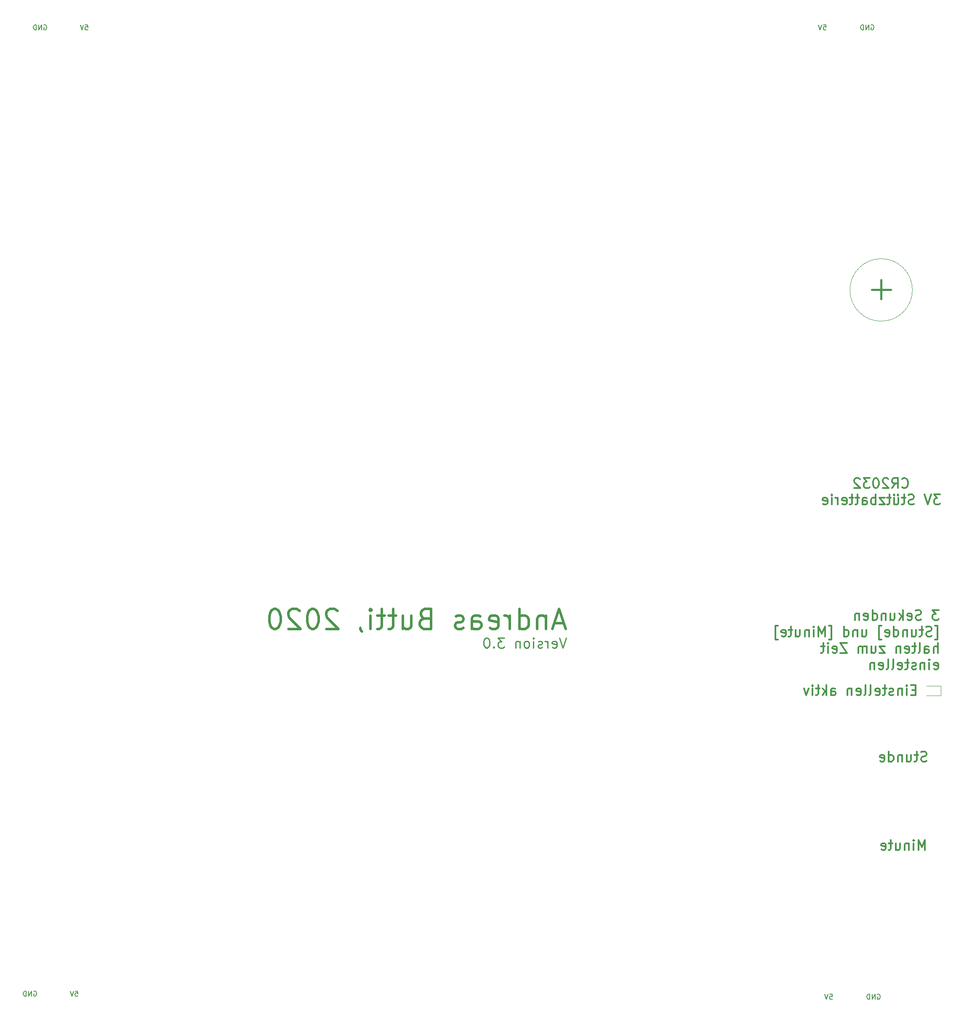
<source format=gbr>
%TF.GenerationSoftware,KiCad,Pcbnew,5.1.6-c6e7f7d~87~ubuntu18.04.1*%
%TF.CreationDate,2020-08-16T11:24:38+02:00*%
%TF.ProjectId,Elektronik,456c656b-7472-46f6-9e69-6b2e6b696361,rev?*%
%TF.SameCoordinates,Original*%
%TF.FileFunction,Legend,Bot*%
%TF.FilePolarity,Positive*%
%FSLAX46Y46*%
G04 Gerber Fmt 4.6, Leading zero omitted, Abs format (unit mm)*
G04 Created by KiCad (PCBNEW 5.1.6-c6e7f7d~87~ubuntu18.04.1) date 2020-08-16 11:24:38*
%MOMM*%
%LPD*%
G01*
G04 APERTURE LIST*
%ADD10C,0.150000*%
%ADD11C,0.400000*%
%ADD12C,0.120000*%
%ADD13C,0.300000*%
%ADD14C,0.250000*%
%ADD15C,0.500000*%
G04 APERTURE END LIST*
D10*
X207468214Y-21042380D02*
X207944404Y-21042380D01*
X207992023Y-21518571D01*
X207944404Y-21470952D01*
X207849166Y-21423333D01*
X207611071Y-21423333D01*
X207515833Y-21470952D01*
X207468214Y-21518571D01*
X207420595Y-21613809D01*
X207420595Y-21851904D01*
X207468214Y-21947142D01*
X207515833Y-21994761D01*
X207611071Y-22042380D01*
X207849166Y-22042380D01*
X207944404Y-21994761D01*
X207992023Y-21947142D01*
X207134880Y-21042380D02*
X206801547Y-22042380D01*
X206468214Y-21042380D01*
X217042904Y-21090000D02*
X217138142Y-21042380D01*
X217281000Y-21042380D01*
X217423857Y-21090000D01*
X217519095Y-21185238D01*
X217566714Y-21280476D01*
X217614333Y-21470952D01*
X217614333Y-21613809D01*
X217566714Y-21804285D01*
X217519095Y-21899523D01*
X217423857Y-21994761D01*
X217281000Y-22042380D01*
X217185761Y-22042380D01*
X217042904Y-21994761D01*
X216995285Y-21947142D01*
X216995285Y-21613809D01*
X217185761Y-21613809D01*
X216566714Y-22042380D02*
X216566714Y-21042380D01*
X215995285Y-22042380D01*
X215995285Y-21042380D01*
X215519095Y-22042380D02*
X215519095Y-21042380D01*
X215281000Y-21042380D01*
X215138142Y-21090000D01*
X215042904Y-21185238D01*
X214995285Y-21280476D01*
X214947666Y-21470952D01*
X214947666Y-21613809D01*
X214995285Y-21804285D01*
X215042904Y-21899523D01*
X215138142Y-21994761D01*
X215281000Y-22042380D01*
X215519095Y-22042380D01*
X208738214Y-215987380D02*
X209214404Y-215987380D01*
X209262023Y-216463571D01*
X209214404Y-216415952D01*
X209119166Y-216368333D01*
X208881071Y-216368333D01*
X208785833Y-216415952D01*
X208738214Y-216463571D01*
X208690595Y-216558809D01*
X208690595Y-216796904D01*
X208738214Y-216892142D01*
X208785833Y-216939761D01*
X208881071Y-216987380D01*
X209119166Y-216987380D01*
X209214404Y-216939761D01*
X209262023Y-216892142D01*
X208404880Y-215987380D02*
X208071547Y-216987380D01*
X207738214Y-215987380D01*
X218312904Y-216035000D02*
X218408142Y-215987380D01*
X218551000Y-215987380D01*
X218693857Y-216035000D01*
X218789095Y-216130238D01*
X218836714Y-216225476D01*
X218884333Y-216415952D01*
X218884333Y-216558809D01*
X218836714Y-216749285D01*
X218789095Y-216844523D01*
X218693857Y-216939761D01*
X218551000Y-216987380D01*
X218455761Y-216987380D01*
X218312904Y-216939761D01*
X218265285Y-216892142D01*
X218265285Y-216558809D01*
X218455761Y-216558809D01*
X217836714Y-216987380D02*
X217836714Y-215987380D01*
X217265285Y-216987380D01*
X217265285Y-215987380D01*
X216789095Y-216987380D02*
X216789095Y-215987380D01*
X216551000Y-215987380D01*
X216408142Y-216035000D01*
X216312904Y-216130238D01*
X216265285Y-216225476D01*
X216217666Y-216415952D01*
X216217666Y-216558809D01*
X216265285Y-216749285D01*
X216312904Y-216844523D01*
X216408142Y-216939761D01*
X216551000Y-216987380D01*
X216789095Y-216987380D01*
X58991476Y-21042380D02*
X59467666Y-21042380D01*
X59515285Y-21518571D01*
X59467666Y-21470952D01*
X59372428Y-21423333D01*
X59134333Y-21423333D01*
X59039095Y-21470952D01*
X58991476Y-21518571D01*
X58943857Y-21613809D01*
X58943857Y-21851904D01*
X58991476Y-21947142D01*
X59039095Y-21994761D01*
X59134333Y-22042380D01*
X59372428Y-22042380D01*
X59467666Y-21994761D01*
X59515285Y-21947142D01*
X58658142Y-21042380D02*
X58324809Y-22042380D01*
X57991476Y-21042380D01*
X50672904Y-21090000D02*
X50768142Y-21042380D01*
X50911000Y-21042380D01*
X51053857Y-21090000D01*
X51149095Y-21185238D01*
X51196714Y-21280476D01*
X51244333Y-21470952D01*
X51244333Y-21613809D01*
X51196714Y-21804285D01*
X51149095Y-21899523D01*
X51053857Y-21994761D01*
X50911000Y-22042380D01*
X50815761Y-22042380D01*
X50672904Y-21994761D01*
X50625285Y-21947142D01*
X50625285Y-21613809D01*
X50815761Y-21613809D01*
X50196714Y-22042380D02*
X50196714Y-21042380D01*
X49625285Y-22042380D01*
X49625285Y-21042380D01*
X49149095Y-22042380D02*
X49149095Y-21042380D01*
X48911000Y-21042380D01*
X48768142Y-21090000D01*
X48672904Y-21185238D01*
X48625285Y-21280476D01*
X48577666Y-21470952D01*
X48577666Y-21613809D01*
X48625285Y-21804285D01*
X48672904Y-21899523D01*
X48768142Y-21994761D01*
X48911000Y-22042380D01*
X49149095Y-22042380D01*
X48640904Y-215400000D02*
X48736142Y-215352380D01*
X48879000Y-215352380D01*
X49021857Y-215400000D01*
X49117095Y-215495238D01*
X49164714Y-215590476D01*
X49212333Y-215780952D01*
X49212333Y-215923809D01*
X49164714Y-216114285D01*
X49117095Y-216209523D01*
X49021857Y-216304761D01*
X48879000Y-216352380D01*
X48783761Y-216352380D01*
X48640904Y-216304761D01*
X48593285Y-216257142D01*
X48593285Y-215923809D01*
X48783761Y-215923809D01*
X48164714Y-216352380D02*
X48164714Y-215352380D01*
X47593285Y-216352380D01*
X47593285Y-215352380D01*
X47117095Y-216352380D02*
X47117095Y-215352380D01*
X46879000Y-215352380D01*
X46736142Y-215400000D01*
X46640904Y-215495238D01*
X46593285Y-215590476D01*
X46545666Y-215780952D01*
X46545666Y-215923809D01*
X46593285Y-216114285D01*
X46640904Y-216209523D01*
X46736142Y-216304761D01*
X46879000Y-216352380D01*
X47117095Y-216352380D01*
X56973214Y-215352380D02*
X57449404Y-215352380D01*
X57497023Y-215828571D01*
X57449404Y-215780952D01*
X57354166Y-215733333D01*
X57116071Y-215733333D01*
X57020833Y-215780952D01*
X56973214Y-215828571D01*
X56925595Y-215923809D01*
X56925595Y-216161904D01*
X56973214Y-216257142D01*
X57020833Y-216304761D01*
X57116071Y-216352380D01*
X57354166Y-216352380D01*
X57449404Y-216304761D01*
X57497023Y-216257142D01*
X56639880Y-215352380D02*
X56306547Y-216352380D01*
X55973214Y-215352380D01*
D11*
X219075000Y-72390000D02*
X219075000Y-76200000D01*
X220980000Y-74295000D02*
X217170000Y-74295000D01*
D12*
X225361179Y-74358821D02*
G75*
G03*
X225361179Y-74358821I-6286179J0D01*
G01*
D13*
X223265476Y-113999285D02*
X223360714Y-114094523D01*
X223646428Y-114189761D01*
X223836904Y-114189761D01*
X224122619Y-114094523D01*
X224313095Y-113904047D01*
X224408333Y-113713571D01*
X224503571Y-113332619D01*
X224503571Y-113046904D01*
X224408333Y-112665952D01*
X224313095Y-112475476D01*
X224122619Y-112285000D01*
X223836904Y-112189761D01*
X223646428Y-112189761D01*
X223360714Y-112285000D01*
X223265476Y-112380238D01*
X221265476Y-114189761D02*
X221932142Y-113237380D01*
X222408333Y-114189761D02*
X222408333Y-112189761D01*
X221646428Y-112189761D01*
X221455952Y-112285000D01*
X221360714Y-112380238D01*
X221265476Y-112570714D01*
X221265476Y-112856428D01*
X221360714Y-113046904D01*
X221455952Y-113142142D01*
X221646428Y-113237380D01*
X222408333Y-113237380D01*
X220503571Y-112380238D02*
X220408333Y-112285000D01*
X220217857Y-112189761D01*
X219741666Y-112189761D01*
X219551190Y-112285000D01*
X219455952Y-112380238D01*
X219360714Y-112570714D01*
X219360714Y-112761190D01*
X219455952Y-113046904D01*
X220598809Y-114189761D01*
X219360714Y-114189761D01*
X218122619Y-112189761D02*
X217932142Y-112189761D01*
X217741666Y-112285000D01*
X217646428Y-112380238D01*
X217551190Y-112570714D01*
X217455952Y-112951666D01*
X217455952Y-113427857D01*
X217551190Y-113808809D01*
X217646428Y-113999285D01*
X217741666Y-114094523D01*
X217932142Y-114189761D01*
X218122619Y-114189761D01*
X218313095Y-114094523D01*
X218408333Y-113999285D01*
X218503571Y-113808809D01*
X218598809Y-113427857D01*
X218598809Y-112951666D01*
X218503571Y-112570714D01*
X218408333Y-112380238D01*
X218313095Y-112285000D01*
X218122619Y-112189761D01*
X216789285Y-112189761D02*
X215551190Y-112189761D01*
X216217857Y-112951666D01*
X215932142Y-112951666D01*
X215741666Y-113046904D01*
X215646428Y-113142142D01*
X215551190Y-113332619D01*
X215551190Y-113808809D01*
X215646428Y-113999285D01*
X215741666Y-114094523D01*
X215932142Y-114189761D01*
X216503571Y-114189761D01*
X216694047Y-114094523D01*
X216789285Y-113999285D01*
X214789285Y-112380238D02*
X214694047Y-112285000D01*
X214503571Y-112189761D01*
X214027380Y-112189761D01*
X213836904Y-112285000D01*
X213741666Y-112380238D01*
X213646428Y-112570714D01*
X213646428Y-112761190D01*
X213741666Y-113046904D01*
X214884523Y-114189761D01*
X213646428Y-114189761D01*
X230932142Y-115489761D02*
X229694047Y-115489761D01*
X230360714Y-116251666D01*
X230075000Y-116251666D01*
X229884523Y-116346904D01*
X229789285Y-116442142D01*
X229694047Y-116632619D01*
X229694047Y-117108809D01*
X229789285Y-117299285D01*
X229884523Y-117394523D01*
X230075000Y-117489761D01*
X230646428Y-117489761D01*
X230836904Y-117394523D01*
X230932142Y-117299285D01*
X229122619Y-115489761D02*
X228455952Y-117489761D01*
X227789285Y-115489761D01*
X225694047Y-117394523D02*
X225408333Y-117489761D01*
X224932142Y-117489761D01*
X224741666Y-117394523D01*
X224646428Y-117299285D01*
X224551190Y-117108809D01*
X224551190Y-116918333D01*
X224646428Y-116727857D01*
X224741666Y-116632619D01*
X224932142Y-116537380D01*
X225313095Y-116442142D01*
X225503571Y-116346904D01*
X225598809Y-116251666D01*
X225694047Y-116061190D01*
X225694047Y-115870714D01*
X225598809Y-115680238D01*
X225503571Y-115585000D01*
X225313095Y-115489761D01*
X224836904Y-115489761D01*
X224551190Y-115585000D01*
X223979761Y-116156428D02*
X223217857Y-116156428D01*
X223694047Y-115489761D02*
X223694047Y-117204047D01*
X223598809Y-117394523D01*
X223408333Y-117489761D01*
X223217857Y-117489761D01*
X221694047Y-116156428D02*
X221694047Y-117489761D01*
X222551190Y-116156428D02*
X222551190Y-117204047D01*
X222455952Y-117394523D01*
X222265476Y-117489761D01*
X221979761Y-117489761D01*
X221789285Y-117394523D01*
X221694047Y-117299285D01*
X222455952Y-115489761D02*
X222360714Y-115585000D01*
X222455952Y-115680238D01*
X222551190Y-115585000D01*
X222455952Y-115489761D01*
X222455952Y-115680238D01*
X221694047Y-115489761D02*
X221598809Y-115585000D01*
X221694047Y-115680238D01*
X221789285Y-115585000D01*
X221694047Y-115489761D01*
X221694047Y-115680238D01*
X221027380Y-116156428D02*
X220265476Y-116156428D01*
X220741666Y-115489761D02*
X220741666Y-117204047D01*
X220646428Y-117394523D01*
X220455952Y-117489761D01*
X220265476Y-117489761D01*
X219789285Y-116156428D02*
X218741666Y-116156428D01*
X219789285Y-117489761D01*
X218741666Y-117489761D01*
X217979761Y-117489761D02*
X217979761Y-115489761D01*
X217979761Y-116251666D02*
X217789285Y-116156428D01*
X217408333Y-116156428D01*
X217217857Y-116251666D01*
X217122619Y-116346904D01*
X217027380Y-116537380D01*
X217027380Y-117108809D01*
X217122619Y-117299285D01*
X217217857Y-117394523D01*
X217408333Y-117489761D01*
X217789285Y-117489761D01*
X217979761Y-117394523D01*
X215313095Y-117489761D02*
X215313095Y-116442142D01*
X215408333Y-116251666D01*
X215598809Y-116156428D01*
X215979761Y-116156428D01*
X216170238Y-116251666D01*
X215313095Y-117394523D02*
X215503571Y-117489761D01*
X215979761Y-117489761D01*
X216170238Y-117394523D01*
X216265476Y-117204047D01*
X216265476Y-117013571D01*
X216170238Y-116823095D01*
X215979761Y-116727857D01*
X215503571Y-116727857D01*
X215313095Y-116632619D01*
X214646428Y-116156428D02*
X213884523Y-116156428D01*
X214360714Y-115489761D02*
X214360714Y-117204047D01*
X214265476Y-117394523D01*
X214075000Y-117489761D01*
X213884523Y-117489761D01*
X213503571Y-116156428D02*
X212741666Y-116156428D01*
X213217857Y-115489761D02*
X213217857Y-117204047D01*
X213122619Y-117394523D01*
X212932142Y-117489761D01*
X212741666Y-117489761D01*
X211313095Y-117394523D02*
X211503571Y-117489761D01*
X211884523Y-117489761D01*
X212075000Y-117394523D01*
X212170238Y-117204047D01*
X212170238Y-116442142D01*
X212075000Y-116251666D01*
X211884523Y-116156428D01*
X211503571Y-116156428D01*
X211313095Y-116251666D01*
X211217857Y-116442142D01*
X211217857Y-116632619D01*
X212170238Y-116823095D01*
X210360714Y-117489761D02*
X210360714Y-116156428D01*
X210360714Y-116537380D02*
X210265476Y-116346904D01*
X210170238Y-116251666D01*
X209979761Y-116156428D01*
X209789285Y-116156428D01*
X209122619Y-117489761D02*
X209122619Y-116156428D01*
X209122619Y-115489761D02*
X209217857Y-115585000D01*
X209122619Y-115680238D01*
X209027380Y-115585000D01*
X209122619Y-115489761D01*
X209122619Y-115680238D01*
X207408333Y-117394523D02*
X207598809Y-117489761D01*
X207979761Y-117489761D01*
X208170238Y-117394523D01*
X208265476Y-117204047D01*
X208265476Y-116442142D01*
X208170238Y-116251666D01*
X207979761Y-116156428D01*
X207598809Y-116156428D01*
X207408333Y-116251666D01*
X207313095Y-116442142D01*
X207313095Y-116632619D01*
X208265476Y-116823095D01*
X226023809Y-154797142D02*
X225357142Y-154797142D01*
X225071428Y-155844761D02*
X226023809Y-155844761D01*
X226023809Y-153844761D01*
X225071428Y-153844761D01*
X224214285Y-155844761D02*
X224214285Y-154511428D01*
X224214285Y-153844761D02*
X224309523Y-153940000D01*
X224214285Y-154035238D01*
X224119047Y-153940000D01*
X224214285Y-153844761D01*
X224214285Y-154035238D01*
X223261904Y-154511428D02*
X223261904Y-155844761D01*
X223261904Y-154701904D02*
X223166666Y-154606666D01*
X222976190Y-154511428D01*
X222690476Y-154511428D01*
X222500000Y-154606666D01*
X222404761Y-154797142D01*
X222404761Y-155844761D01*
X221547619Y-155749523D02*
X221357142Y-155844761D01*
X220976190Y-155844761D01*
X220785714Y-155749523D01*
X220690476Y-155559047D01*
X220690476Y-155463809D01*
X220785714Y-155273333D01*
X220976190Y-155178095D01*
X221261904Y-155178095D01*
X221452380Y-155082857D01*
X221547619Y-154892380D01*
X221547619Y-154797142D01*
X221452380Y-154606666D01*
X221261904Y-154511428D01*
X220976190Y-154511428D01*
X220785714Y-154606666D01*
X220119047Y-154511428D02*
X219357142Y-154511428D01*
X219833333Y-153844761D02*
X219833333Y-155559047D01*
X219738095Y-155749523D01*
X219547619Y-155844761D01*
X219357142Y-155844761D01*
X217928571Y-155749523D02*
X218119047Y-155844761D01*
X218500000Y-155844761D01*
X218690476Y-155749523D01*
X218785714Y-155559047D01*
X218785714Y-154797142D01*
X218690476Y-154606666D01*
X218500000Y-154511428D01*
X218119047Y-154511428D01*
X217928571Y-154606666D01*
X217833333Y-154797142D01*
X217833333Y-154987619D01*
X218785714Y-155178095D01*
X216690476Y-155844761D02*
X216880952Y-155749523D01*
X216976190Y-155559047D01*
X216976190Y-153844761D01*
X215642857Y-155844761D02*
X215833333Y-155749523D01*
X215928571Y-155559047D01*
X215928571Y-153844761D01*
X214119047Y-155749523D02*
X214309523Y-155844761D01*
X214690476Y-155844761D01*
X214880952Y-155749523D01*
X214976190Y-155559047D01*
X214976190Y-154797142D01*
X214880952Y-154606666D01*
X214690476Y-154511428D01*
X214309523Y-154511428D01*
X214119047Y-154606666D01*
X214023809Y-154797142D01*
X214023809Y-154987619D01*
X214976190Y-155178095D01*
X213166666Y-154511428D02*
X213166666Y-155844761D01*
X213166666Y-154701904D02*
X213071428Y-154606666D01*
X212880952Y-154511428D01*
X212595238Y-154511428D01*
X212404761Y-154606666D01*
X212309523Y-154797142D01*
X212309523Y-155844761D01*
X208976190Y-155844761D02*
X208976190Y-154797142D01*
X209071428Y-154606666D01*
X209261904Y-154511428D01*
X209642857Y-154511428D01*
X209833333Y-154606666D01*
X208976190Y-155749523D02*
X209166666Y-155844761D01*
X209642857Y-155844761D01*
X209833333Y-155749523D01*
X209928571Y-155559047D01*
X209928571Y-155368571D01*
X209833333Y-155178095D01*
X209642857Y-155082857D01*
X209166666Y-155082857D01*
X208976190Y-154987619D01*
X208023809Y-155844761D02*
X208023809Y-153844761D01*
X207833333Y-155082857D02*
X207261904Y-155844761D01*
X207261904Y-154511428D02*
X208023809Y-155273333D01*
X206690476Y-154511428D02*
X205928571Y-154511428D01*
X206404761Y-153844761D02*
X206404761Y-155559047D01*
X206309523Y-155749523D01*
X206119047Y-155844761D01*
X205928571Y-155844761D01*
X205261904Y-155844761D02*
X205261904Y-154511428D01*
X205261904Y-153844761D02*
X205357142Y-153940000D01*
X205261904Y-154035238D01*
X205166666Y-153940000D01*
X205261904Y-153844761D01*
X205261904Y-154035238D01*
X204500000Y-154511428D02*
X204023809Y-155844761D01*
X203547619Y-154511428D01*
X230659285Y-138734761D02*
X229421190Y-138734761D01*
X230087857Y-139496666D01*
X229802142Y-139496666D01*
X229611666Y-139591904D01*
X229516428Y-139687142D01*
X229421190Y-139877619D01*
X229421190Y-140353809D01*
X229516428Y-140544285D01*
X229611666Y-140639523D01*
X229802142Y-140734761D01*
X230373571Y-140734761D01*
X230564047Y-140639523D01*
X230659285Y-140544285D01*
X227135476Y-140639523D02*
X226849761Y-140734761D01*
X226373571Y-140734761D01*
X226183095Y-140639523D01*
X226087857Y-140544285D01*
X225992619Y-140353809D01*
X225992619Y-140163333D01*
X226087857Y-139972857D01*
X226183095Y-139877619D01*
X226373571Y-139782380D01*
X226754523Y-139687142D01*
X226945000Y-139591904D01*
X227040238Y-139496666D01*
X227135476Y-139306190D01*
X227135476Y-139115714D01*
X227040238Y-138925238D01*
X226945000Y-138830000D01*
X226754523Y-138734761D01*
X226278333Y-138734761D01*
X225992619Y-138830000D01*
X224373571Y-140639523D02*
X224564047Y-140734761D01*
X224945000Y-140734761D01*
X225135476Y-140639523D01*
X225230714Y-140449047D01*
X225230714Y-139687142D01*
X225135476Y-139496666D01*
X224945000Y-139401428D01*
X224564047Y-139401428D01*
X224373571Y-139496666D01*
X224278333Y-139687142D01*
X224278333Y-139877619D01*
X225230714Y-140068095D01*
X223421190Y-140734761D02*
X223421190Y-138734761D01*
X223230714Y-139972857D02*
X222659285Y-140734761D01*
X222659285Y-139401428D02*
X223421190Y-140163333D01*
X220945000Y-139401428D02*
X220945000Y-140734761D01*
X221802142Y-139401428D02*
X221802142Y-140449047D01*
X221706904Y-140639523D01*
X221516428Y-140734761D01*
X221230714Y-140734761D01*
X221040238Y-140639523D01*
X220945000Y-140544285D01*
X219992619Y-139401428D02*
X219992619Y-140734761D01*
X219992619Y-139591904D02*
X219897380Y-139496666D01*
X219706904Y-139401428D01*
X219421190Y-139401428D01*
X219230714Y-139496666D01*
X219135476Y-139687142D01*
X219135476Y-140734761D01*
X217325952Y-140734761D02*
X217325952Y-138734761D01*
X217325952Y-140639523D02*
X217516428Y-140734761D01*
X217897380Y-140734761D01*
X218087857Y-140639523D01*
X218183095Y-140544285D01*
X218278333Y-140353809D01*
X218278333Y-139782380D01*
X218183095Y-139591904D01*
X218087857Y-139496666D01*
X217897380Y-139401428D01*
X217516428Y-139401428D01*
X217325952Y-139496666D01*
X215611666Y-140639523D02*
X215802142Y-140734761D01*
X216183095Y-140734761D01*
X216373571Y-140639523D01*
X216468809Y-140449047D01*
X216468809Y-139687142D01*
X216373571Y-139496666D01*
X216183095Y-139401428D01*
X215802142Y-139401428D01*
X215611666Y-139496666D01*
X215516428Y-139687142D01*
X215516428Y-139877619D01*
X216468809Y-140068095D01*
X214659285Y-139401428D02*
X214659285Y-140734761D01*
X214659285Y-139591904D02*
X214564047Y-139496666D01*
X214373571Y-139401428D01*
X214087857Y-139401428D01*
X213897380Y-139496666D01*
X213802142Y-139687142D01*
X213802142Y-140734761D01*
X229897380Y-144701428D02*
X230373571Y-144701428D01*
X230373571Y-141844285D01*
X229897380Y-141844285D01*
X229230714Y-143939523D02*
X228945000Y-144034761D01*
X228468809Y-144034761D01*
X228278333Y-143939523D01*
X228183095Y-143844285D01*
X228087857Y-143653809D01*
X228087857Y-143463333D01*
X228183095Y-143272857D01*
X228278333Y-143177619D01*
X228468809Y-143082380D01*
X228849761Y-142987142D01*
X229040238Y-142891904D01*
X229135476Y-142796666D01*
X229230714Y-142606190D01*
X229230714Y-142415714D01*
X229135476Y-142225238D01*
X229040238Y-142130000D01*
X228849761Y-142034761D01*
X228373571Y-142034761D01*
X228087857Y-142130000D01*
X227516428Y-142701428D02*
X226754523Y-142701428D01*
X227230714Y-142034761D02*
X227230714Y-143749047D01*
X227135476Y-143939523D01*
X226945000Y-144034761D01*
X226754523Y-144034761D01*
X225230714Y-142701428D02*
X225230714Y-144034761D01*
X226087857Y-142701428D02*
X226087857Y-143749047D01*
X225992619Y-143939523D01*
X225802142Y-144034761D01*
X225516428Y-144034761D01*
X225325952Y-143939523D01*
X225230714Y-143844285D01*
X224278333Y-142701428D02*
X224278333Y-144034761D01*
X224278333Y-142891904D02*
X224183095Y-142796666D01*
X223992619Y-142701428D01*
X223706904Y-142701428D01*
X223516428Y-142796666D01*
X223421190Y-142987142D01*
X223421190Y-144034761D01*
X221611666Y-144034761D02*
X221611666Y-142034761D01*
X221611666Y-143939523D02*
X221802142Y-144034761D01*
X222183095Y-144034761D01*
X222373571Y-143939523D01*
X222468809Y-143844285D01*
X222564047Y-143653809D01*
X222564047Y-143082380D01*
X222468809Y-142891904D01*
X222373571Y-142796666D01*
X222183095Y-142701428D01*
X221802142Y-142701428D01*
X221611666Y-142796666D01*
X219897380Y-143939523D02*
X220087857Y-144034761D01*
X220468809Y-144034761D01*
X220659285Y-143939523D01*
X220754523Y-143749047D01*
X220754523Y-142987142D01*
X220659285Y-142796666D01*
X220468809Y-142701428D01*
X220087857Y-142701428D01*
X219897380Y-142796666D01*
X219802142Y-142987142D01*
X219802142Y-143177619D01*
X220754523Y-143368095D01*
X219135476Y-144701428D02*
X218659285Y-144701428D01*
X218659285Y-141844285D01*
X219135476Y-141844285D01*
X215230714Y-142701428D02*
X215230714Y-144034761D01*
X216087857Y-142701428D02*
X216087857Y-143749047D01*
X215992619Y-143939523D01*
X215802142Y-144034761D01*
X215516428Y-144034761D01*
X215325952Y-143939523D01*
X215230714Y-143844285D01*
X214278333Y-142701428D02*
X214278333Y-144034761D01*
X214278333Y-142891904D02*
X214183095Y-142796666D01*
X213992619Y-142701428D01*
X213706904Y-142701428D01*
X213516428Y-142796666D01*
X213421190Y-142987142D01*
X213421190Y-144034761D01*
X211611666Y-144034761D02*
X211611666Y-142034761D01*
X211611666Y-143939523D02*
X211802142Y-144034761D01*
X212183095Y-144034761D01*
X212373571Y-143939523D01*
X212468809Y-143844285D01*
X212564047Y-143653809D01*
X212564047Y-143082380D01*
X212468809Y-142891904D01*
X212373571Y-142796666D01*
X212183095Y-142701428D01*
X211802142Y-142701428D01*
X211611666Y-142796666D01*
X208564047Y-144701428D02*
X209040238Y-144701428D01*
X209040238Y-141844285D01*
X208564047Y-141844285D01*
X207802142Y-144034761D02*
X207802142Y-142034761D01*
X207135476Y-143463333D01*
X206468809Y-142034761D01*
X206468809Y-144034761D01*
X205516428Y-144034761D02*
X205516428Y-142701428D01*
X205516428Y-142034761D02*
X205611666Y-142130000D01*
X205516428Y-142225238D01*
X205421190Y-142130000D01*
X205516428Y-142034761D01*
X205516428Y-142225238D01*
X204564047Y-142701428D02*
X204564047Y-144034761D01*
X204564047Y-142891904D02*
X204468809Y-142796666D01*
X204278333Y-142701428D01*
X203992619Y-142701428D01*
X203802142Y-142796666D01*
X203706904Y-142987142D01*
X203706904Y-144034761D01*
X201897380Y-142701428D02*
X201897380Y-144034761D01*
X202754523Y-142701428D02*
X202754523Y-143749047D01*
X202659285Y-143939523D01*
X202468809Y-144034761D01*
X202183095Y-144034761D01*
X201992619Y-143939523D01*
X201897380Y-143844285D01*
X201230714Y-142701428D02*
X200468809Y-142701428D01*
X200945000Y-142034761D02*
X200945000Y-143749047D01*
X200849761Y-143939523D01*
X200659285Y-144034761D01*
X200468809Y-144034761D01*
X199040238Y-143939523D02*
X199230714Y-144034761D01*
X199611666Y-144034761D01*
X199802142Y-143939523D01*
X199897380Y-143749047D01*
X199897380Y-142987142D01*
X199802142Y-142796666D01*
X199611666Y-142701428D01*
X199230714Y-142701428D01*
X199040238Y-142796666D01*
X198945000Y-142987142D01*
X198945000Y-143177619D01*
X199897380Y-143368095D01*
X198278333Y-144701428D02*
X197802142Y-144701428D01*
X197802142Y-141844285D01*
X198278333Y-141844285D01*
X230468809Y-147334761D02*
X230468809Y-145334761D01*
X229611666Y-147334761D02*
X229611666Y-146287142D01*
X229706904Y-146096666D01*
X229897380Y-146001428D01*
X230183095Y-146001428D01*
X230373571Y-146096666D01*
X230468809Y-146191904D01*
X227802142Y-147334761D02*
X227802142Y-146287142D01*
X227897380Y-146096666D01*
X228087857Y-146001428D01*
X228468809Y-146001428D01*
X228659285Y-146096666D01*
X227802142Y-147239523D02*
X227992619Y-147334761D01*
X228468809Y-147334761D01*
X228659285Y-147239523D01*
X228754523Y-147049047D01*
X228754523Y-146858571D01*
X228659285Y-146668095D01*
X228468809Y-146572857D01*
X227992619Y-146572857D01*
X227802142Y-146477619D01*
X226564047Y-147334761D02*
X226754523Y-147239523D01*
X226849761Y-147049047D01*
X226849761Y-145334761D01*
X226087857Y-146001428D02*
X225325952Y-146001428D01*
X225802142Y-145334761D02*
X225802142Y-147049047D01*
X225706904Y-147239523D01*
X225516428Y-147334761D01*
X225325952Y-147334761D01*
X223897380Y-147239523D02*
X224087857Y-147334761D01*
X224468809Y-147334761D01*
X224659285Y-147239523D01*
X224754523Y-147049047D01*
X224754523Y-146287142D01*
X224659285Y-146096666D01*
X224468809Y-146001428D01*
X224087857Y-146001428D01*
X223897380Y-146096666D01*
X223802142Y-146287142D01*
X223802142Y-146477619D01*
X224754523Y-146668095D01*
X222945000Y-146001428D02*
X222945000Y-147334761D01*
X222945000Y-146191904D02*
X222849761Y-146096666D01*
X222659285Y-146001428D01*
X222373571Y-146001428D01*
X222183095Y-146096666D01*
X222087857Y-146287142D01*
X222087857Y-147334761D01*
X219802142Y-146001428D02*
X218754523Y-146001428D01*
X219802142Y-147334761D01*
X218754523Y-147334761D01*
X217135476Y-146001428D02*
X217135476Y-147334761D01*
X217992619Y-146001428D02*
X217992619Y-147049047D01*
X217897380Y-147239523D01*
X217706904Y-147334761D01*
X217421190Y-147334761D01*
X217230714Y-147239523D01*
X217135476Y-147144285D01*
X216183095Y-147334761D02*
X216183095Y-146001428D01*
X216183095Y-146191904D02*
X216087857Y-146096666D01*
X215897380Y-146001428D01*
X215611666Y-146001428D01*
X215421190Y-146096666D01*
X215325952Y-146287142D01*
X215325952Y-147334761D01*
X215325952Y-146287142D02*
X215230714Y-146096666D01*
X215040238Y-146001428D01*
X214754523Y-146001428D01*
X214564047Y-146096666D01*
X214468809Y-146287142D01*
X214468809Y-147334761D01*
X212183095Y-145334761D02*
X210849761Y-145334761D01*
X212183095Y-147334761D01*
X210849761Y-147334761D01*
X209325952Y-147239523D02*
X209516428Y-147334761D01*
X209897380Y-147334761D01*
X210087857Y-147239523D01*
X210183095Y-147049047D01*
X210183095Y-146287142D01*
X210087857Y-146096666D01*
X209897380Y-146001428D01*
X209516428Y-146001428D01*
X209325952Y-146096666D01*
X209230714Y-146287142D01*
X209230714Y-146477619D01*
X210183095Y-146668095D01*
X208373571Y-147334761D02*
X208373571Y-146001428D01*
X208373571Y-145334761D02*
X208468809Y-145430000D01*
X208373571Y-145525238D01*
X208278333Y-145430000D01*
X208373571Y-145334761D01*
X208373571Y-145525238D01*
X207706904Y-146001428D02*
X206945000Y-146001428D01*
X207421190Y-145334761D02*
X207421190Y-147049047D01*
X207325952Y-147239523D01*
X207135476Y-147334761D01*
X206945000Y-147334761D01*
X229706904Y-150539523D02*
X229897380Y-150634761D01*
X230278333Y-150634761D01*
X230468809Y-150539523D01*
X230564047Y-150349047D01*
X230564047Y-149587142D01*
X230468809Y-149396666D01*
X230278333Y-149301428D01*
X229897380Y-149301428D01*
X229706904Y-149396666D01*
X229611666Y-149587142D01*
X229611666Y-149777619D01*
X230564047Y-149968095D01*
X228754523Y-150634761D02*
X228754523Y-149301428D01*
X228754523Y-148634761D02*
X228849761Y-148730000D01*
X228754523Y-148825238D01*
X228659285Y-148730000D01*
X228754523Y-148634761D01*
X228754523Y-148825238D01*
X227802142Y-149301428D02*
X227802142Y-150634761D01*
X227802142Y-149491904D02*
X227706904Y-149396666D01*
X227516428Y-149301428D01*
X227230714Y-149301428D01*
X227040238Y-149396666D01*
X226945000Y-149587142D01*
X226945000Y-150634761D01*
X226087857Y-150539523D02*
X225897380Y-150634761D01*
X225516428Y-150634761D01*
X225325952Y-150539523D01*
X225230714Y-150349047D01*
X225230714Y-150253809D01*
X225325952Y-150063333D01*
X225516428Y-149968095D01*
X225802142Y-149968095D01*
X225992619Y-149872857D01*
X226087857Y-149682380D01*
X226087857Y-149587142D01*
X225992619Y-149396666D01*
X225802142Y-149301428D01*
X225516428Y-149301428D01*
X225325952Y-149396666D01*
X224659285Y-149301428D02*
X223897380Y-149301428D01*
X224373571Y-148634761D02*
X224373571Y-150349047D01*
X224278333Y-150539523D01*
X224087857Y-150634761D01*
X223897380Y-150634761D01*
X222468809Y-150539523D02*
X222659285Y-150634761D01*
X223040238Y-150634761D01*
X223230714Y-150539523D01*
X223325952Y-150349047D01*
X223325952Y-149587142D01*
X223230714Y-149396666D01*
X223040238Y-149301428D01*
X222659285Y-149301428D01*
X222468809Y-149396666D01*
X222373571Y-149587142D01*
X222373571Y-149777619D01*
X223325952Y-149968095D01*
X221230714Y-150634761D02*
X221421190Y-150539523D01*
X221516428Y-150349047D01*
X221516428Y-148634761D01*
X220183095Y-150634761D02*
X220373571Y-150539523D01*
X220468809Y-150349047D01*
X220468809Y-148634761D01*
X218659285Y-150539523D02*
X218849761Y-150634761D01*
X219230714Y-150634761D01*
X219421190Y-150539523D01*
X219516428Y-150349047D01*
X219516428Y-149587142D01*
X219421190Y-149396666D01*
X219230714Y-149301428D01*
X218849761Y-149301428D01*
X218659285Y-149396666D01*
X218564047Y-149587142D01*
X218564047Y-149777619D01*
X219516428Y-149968095D01*
X217706904Y-149301428D02*
X217706904Y-150634761D01*
X217706904Y-149491904D02*
X217611666Y-149396666D01*
X217421190Y-149301428D01*
X217135476Y-149301428D01*
X216945000Y-149396666D01*
X216849761Y-149587142D01*
X216849761Y-150634761D01*
X227900952Y-186959761D02*
X227900952Y-184959761D01*
X227234285Y-186388333D01*
X226567619Y-184959761D01*
X226567619Y-186959761D01*
X225615238Y-186959761D02*
X225615238Y-185626428D01*
X225615238Y-184959761D02*
X225710476Y-185055000D01*
X225615238Y-185150238D01*
X225520000Y-185055000D01*
X225615238Y-184959761D01*
X225615238Y-185150238D01*
X224662857Y-185626428D02*
X224662857Y-186959761D01*
X224662857Y-185816904D02*
X224567619Y-185721666D01*
X224377142Y-185626428D01*
X224091428Y-185626428D01*
X223900952Y-185721666D01*
X223805714Y-185912142D01*
X223805714Y-186959761D01*
X221996190Y-185626428D02*
X221996190Y-186959761D01*
X222853333Y-185626428D02*
X222853333Y-186674047D01*
X222758095Y-186864523D01*
X222567619Y-186959761D01*
X222281904Y-186959761D01*
X222091428Y-186864523D01*
X221996190Y-186769285D01*
X221329523Y-185626428D02*
X220567619Y-185626428D01*
X221043809Y-184959761D02*
X221043809Y-186674047D01*
X220948571Y-186864523D01*
X220758095Y-186959761D01*
X220567619Y-186959761D01*
X219139047Y-186864523D02*
X219329523Y-186959761D01*
X219710476Y-186959761D01*
X219900952Y-186864523D01*
X219996190Y-186674047D01*
X219996190Y-185912142D01*
X219900952Y-185721666D01*
X219710476Y-185626428D01*
X219329523Y-185626428D01*
X219139047Y-185721666D01*
X219043809Y-185912142D01*
X219043809Y-186102619D01*
X219996190Y-186293095D01*
X228234285Y-169084523D02*
X227948571Y-169179761D01*
X227472380Y-169179761D01*
X227281904Y-169084523D01*
X227186666Y-168989285D01*
X227091428Y-168798809D01*
X227091428Y-168608333D01*
X227186666Y-168417857D01*
X227281904Y-168322619D01*
X227472380Y-168227380D01*
X227853333Y-168132142D01*
X228043809Y-168036904D01*
X228139047Y-167941666D01*
X228234285Y-167751190D01*
X228234285Y-167560714D01*
X228139047Y-167370238D01*
X228043809Y-167275000D01*
X227853333Y-167179761D01*
X227377142Y-167179761D01*
X227091428Y-167275000D01*
X226520000Y-167846428D02*
X225758095Y-167846428D01*
X226234285Y-167179761D02*
X226234285Y-168894047D01*
X226139047Y-169084523D01*
X225948571Y-169179761D01*
X225758095Y-169179761D01*
X224234285Y-167846428D02*
X224234285Y-169179761D01*
X225091428Y-167846428D02*
X225091428Y-168894047D01*
X224996190Y-169084523D01*
X224805714Y-169179761D01*
X224520000Y-169179761D01*
X224329523Y-169084523D01*
X224234285Y-168989285D01*
X223281904Y-167846428D02*
X223281904Y-169179761D01*
X223281904Y-168036904D02*
X223186666Y-167941666D01*
X222996190Y-167846428D01*
X222710476Y-167846428D01*
X222520000Y-167941666D01*
X222424761Y-168132142D01*
X222424761Y-169179761D01*
X220615238Y-169179761D02*
X220615238Y-167179761D01*
X220615238Y-169084523D02*
X220805714Y-169179761D01*
X221186666Y-169179761D01*
X221377142Y-169084523D01*
X221472380Y-168989285D01*
X221567619Y-168798809D01*
X221567619Y-168227380D01*
X221472380Y-168036904D01*
X221377142Y-167941666D01*
X221186666Y-167846428D01*
X220805714Y-167846428D01*
X220615238Y-167941666D01*
X218900952Y-169084523D02*
X219091428Y-169179761D01*
X219472380Y-169179761D01*
X219662857Y-169084523D01*
X219758095Y-168894047D01*
X219758095Y-168132142D01*
X219662857Y-167941666D01*
X219472380Y-167846428D01*
X219091428Y-167846428D01*
X218900952Y-167941666D01*
X218805714Y-168132142D01*
X218805714Y-168322619D01*
X219758095Y-168513095D01*
D14*
X155730023Y-144319761D02*
X155063357Y-146319761D01*
X154396690Y-144319761D01*
X152968119Y-146224523D02*
X153158595Y-146319761D01*
X153539547Y-146319761D01*
X153730023Y-146224523D01*
X153825261Y-146034047D01*
X153825261Y-145272142D01*
X153730023Y-145081666D01*
X153539547Y-144986428D01*
X153158595Y-144986428D01*
X152968119Y-145081666D01*
X152872880Y-145272142D01*
X152872880Y-145462619D01*
X153825261Y-145653095D01*
X152015738Y-146319761D02*
X152015738Y-144986428D01*
X152015738Y-145367380D02*
X151920500Y-145176904D01*
X151825261Y-145081666D01*
X151634785Y-144986428D01*
X151444309Y-144986428D01*
X150872880Y-146224523D02*
X150682404Y-146319761D01*
X150301452Y-146319761D01*
X150110976Y-146224523D01*
X150015738Y-146034047D01*
X150015738Y-145938809D01*
X150110976Y-145748333D01*
X150301452Y-145653095D01*
X150587166Y-145653095D01*
X150777642Y-145557857D01*
X150872880Y-145367380D01*
X150872880Y-145272142D01*
X150777642Y-145081666D01*
X150587166Y-144986428D01*
X150301452Y-144986428D01*
X150110976Y-145081666D01*
X149158595Y-146319761D02*
X149158595Y-144986428D01*
X149158595Y-144319761D02*
X149253833Y-144415000D01*
X149158595Y-144510238D01*
X149063357Y-144415000D01*
X149158595Y-144319761D01*
X149158595Y-144510238D01*
X147920500Y-146319761D02*
X148110976Y-146224523D01*
X148206214Y-146129285D01*
X148301452Y-145938809D01*
X148301452Y-145367380D01*
X148206214Y-145176904D01*
X148110976Y-145081666D01*
X147920500Y-144986428D01*
X147634785Y-144986428D01*
X147444309Y-145081666D01*
X147349071Y-145176904D01*
X147253833Y-145367380D01*
X147253833Y-145938809D01*
X147349071Y-146129285D01*
X147444309Y-146224523D01*
X147634785Y-146319761D01*
X147920500Y-146319761D01*
X146396690Y-144986428D02*
X146396690Y-146319761D01*
X146396690Y-145176904D02*
X146301452Y-145081666D01*
X146110976Y-144986428D01*
X145825261Y-144986428D01*
X145634785Y-145081666D01*
X145539547Y-145272142D01*
X145539547Y-146319761D01*
X143253833Y-144319761D02*
X142015738Y-144319761D01*
X142682404Y-145081666D01*
X142396690Y-145081666D01*
X142206214Y-145176904D01*
X142110976Y-145272142D01*
X142015738Y-145462619D01*
X142015738Y-145938809D01*
X142110976Y-146129285D01*
X142206214Y-146224523D01*
X142396690Y-146319761D01*
X142968119Y-146319761D01*
X143158595Y-146224523D01*
X143253833Y-146129285D01*
X141158595Y-146129285D02*
X141063357Y-146224523D01*
X141158595Y-146319761D01*
X141253833Y-146224523D01*
X141158595Y-146129285D01*
X141158595Y-146319761D01*
X139825261Y-144319761D02*
X139634785Y-144319761D01*
X139444309Y-144415000D01*
X139349071Y-144510238D01*
X139253833Y-144700714D01*
X139158595Y-145081666D01*
X139158595Y-145557857D01*
X139253833Y-145938809D01*
X139349071Y-146129285D01*
X139444309Y-146224523D01*
X139634785Y-146319761D01*
X139825261Y-146319761D01*
X140015738Y-146224523D01*
X140110976Y-146129285D01*
X140206214Y-145938809D01*
X140301452Y-145557857D01*
X140301452Y-145081666D01*
X140206214Y-144700714D01*
X140110976Y-144510238D01*
X140015738Y-144415000D01*
X139825261Y-144319761D01*
D15*
X155250095Y-141382666D02*
X153345333Y-141382666D01*
X155631047Y-142525523D02*
X154297714Y-138525523D01*
X152964380Y-142525523D01*
X151631047Y-139858857D02*
X151631047Y-142525523D01*
X151631047Y-140239809D02*
X151440571Y-140049333D01*
X151059619Y-139858857D01*
X150488190Y-139858857D01*
X150107238Y-140049333D01*
X149916761Y-140430285D01*
X149916761Y-142525523D01*
X146297714Y-142525523D02*
X146297714Y-138525523D01*
X146297714Y-142335047D02*
X146678666Y-142525523D01*
X147440571Y-142525523D01*
X147821523Y-142335047D01*
X148012000Y-142144571D01*
X148202476Y-141763619D01*
X148202476Y-140620761D01*
X148012000Y-140239809D01*
X147821523Y-140049333D01*
X147440571Y-139858857D01*
X146678666Y-139858857D01*
X146297714Y-140049333D01*
X144392952Y-142525523D02*
X144392952Y-139858857D01*
X144392952Y-140620761D02*
X144202476Y-140239809D01*
X144012000Y-140049333D01*
X143631047Y-139858857D01*
X143250095Y-139858857D01*
X140392952Y-142335047D02*
X140773904Y-142525523D01*
X141535809Y-142525523D01*
X141916761Y-142335047D01*
X142107238Y-141954095D01*
X142107238Y-140430285D01*
X141916761Y-140049333D01*
X141535809Y-139858857D01*
X140773904Y-139858857D01*
X140392952Y-140049333D01*
X140202476Y-140430285D01*
X140202476Y-140811238D01*
X142107238Y-141192190D01*
X136773904Y-142525523D02*
X136773904Y-140430285D01*
X136964380Y-140049333D01*
X137345333Y-139858857D01*
X138107238Y-139858857D01*
X138488190Y-140049333D01*
X136773904Y-142335047D02*
X137154857Y-142525523D01*
X138107238Y-142525523D01*
X138488190Y-142335047D01*
X138678666Y-141954095D01*
X138678666Y-141573142D01*
X138488190Y-141192190D01*
X138107238Y-141001714D01*
X137154857Y-141001714D01*
X136773904Y-140811238D01*
X135059619Y-142335047D02*
X134678666Y-142525523D01*
X133916761Y-142525523D01*
X133535809Y-142335047D01*
X133345333Y-141954095D01*
X133345333Y-141763619D01*
X133535809Y-141382666D01*
X133916761Y-141192190D01*
X134488190Y-141192190D01*
X134869142Y-141001714D01*
X135059619Y-140620761D01*
X135059619Y-140430285D01*
X134869142Y-140049333D01*
X134488190Y-139858857D01*
X133916761Y-139858857D01*
X133535809Y-140049333D01*
X127250095Y-140430285D02*
X126678666Y-140620761D01*
X126488190Y-140811238D01*
X126297714Y-141192190D01*
X126297714Y-141763619D01*
X126488190Y-142144571D01*
X126678666Y-142335047D01*
X127059619Y-142525523D01*
X128583428Y-142525523D01*
X128583428Y-138525523D01*
X127250095Y-138525523D01*
X126869142Y-138716000D01*
X126678666Y-138906476D01*
X126488190Y-139287428D01*
X126488190Y-139668380D01*
X126678666Y-140049333D01*
X126869142Y-140239809D01*
X127250095Y-140430285D01*
X128583428Y-140430285D01*
X122869142Y-139858857D02*
X122869142Y-142525523D01*
X124583428Y-139858857D02*
X124583428Y-141954095D01*
X124392952Y-142335047D01*
X124012000Y-142525523D01*
X123440571Y-142525523D01*
X123059619Y-142335047D01*
X122869142Y-142144571D01*
X121535809Y-139858857D02*
X120012000Y-139858857D01*
X120964380Y-138525523D02*
X120964380Y-141954095D01*
X120773904Y-142335047D01*
X120392952Y-142525523D01*
X120012000Y-142525523D01*
X119250095Y-139858857D02*
X117726285Y-139858857D01*
X118678666Y-138525523D02*
X118678666Y-141954095D01*
X118488190Y-142335047D01*
X118107238Y-142525523D01*
X117726285Y-142525523D01*
X116392952Y-142525523D02*
X116392952Y-139858857D01*
X116392952Y-138525523D02*
X116583428Y-138716000D01*
X116392952Y-138906476D01*
X116202476Y-138716000D01*
X116392952Y-138525523D01*
X116392952Y-138906476D01*
X114297714Y-142335047D02*
X114297714Y-142525523D01*
X114488190Y-142906476D01*
X114678666Y-143096952D01*
X109726285Y-138906476D02*
X109535809Y-138716000D01*
X109154857Y-138525523D01*
X108202476Y-138525523D01*
X107821523Y-138716000D01*
X107631047Y-138906476D01*
X107440571Y-139287428D01*
X107440571Y-139668380D01*
X107631047Y-140239809D01*
X109916761Y-142525523D01*
X107440571Y-142525523D01*
X104964380Y-138525523D02*
X104583428Y-138525523D01*
X104202476Y-138716000D01*
X104012000Y-138906476D01*
X103821523Y-139287428D01*
X103631047Y-140049333D01*
X103631047Y-141001714D01*
X103821523Y-141763619D01*
X104012000Y-142144571D01*
X104202476Y-142335047D01*
X104583428Y-142525523D01*
X104964380Y-142525523D01*
X105345333Y-142335047D01*
X105535809Y-142144571D01*
X105726285Y-141763619D01*
X105916761Y-141001714D01*
X105916761Y-140049333D01*
X105726285Y-139287428D01*
X105535809Y-138906476D01*
X105345333Y-138716000D01*
X104964380Y-138525523D01*
X102107238Y-138906476D02*
X101916761Y-138716000D01*
X101535809Y-138525523D01*
X100583428Y-138525523D01*
X100202476Y-138716000D01*
X100012000Y-138906476D01*
X99821523Y-139287428D01*
X99821523Y-139668380D01*
X100012000Y-140239809D01*
X102297714Y-142525523D01*
X99821523Y-142525523D01*
X97345333Y-138525523D02*
X96964380Y-138525523D01*
X96583428Y-138716000D01*
X96392952Y-138906476D01*
X96202476Y-139287428D01*
X96012000Y-140049333D01*
X96012000Y-141001714D01*
X96202476Y-141763619D01*
X96392952Y-142144571D01*
X96583428Y-142335047D01*
X96964380Y-142525523D01*
X97345333Y-142525523D01*
X97726285Y-142335047D01*
X97916761Y-142144571D01*
X98107238Y-141763619D01*
X98297714Y-141001714D01*
X98297714Y-140049333D01*
X98107238Y-139287428D01*
X97916761Y-138906476D01*
X97726285Y-138716000D01*
X97345333Y-138525523D01*
D12*
%TO.C,D529*%
X228235000Y-153980000D02*
X231095000Y-153980000D01*
X231095000Y-153980000D02*
X231095000Y-155900000D01*
X231095000Y-155900000D02*
X228235000Y-155900000D01*
%TD*%
M02*

</source>
